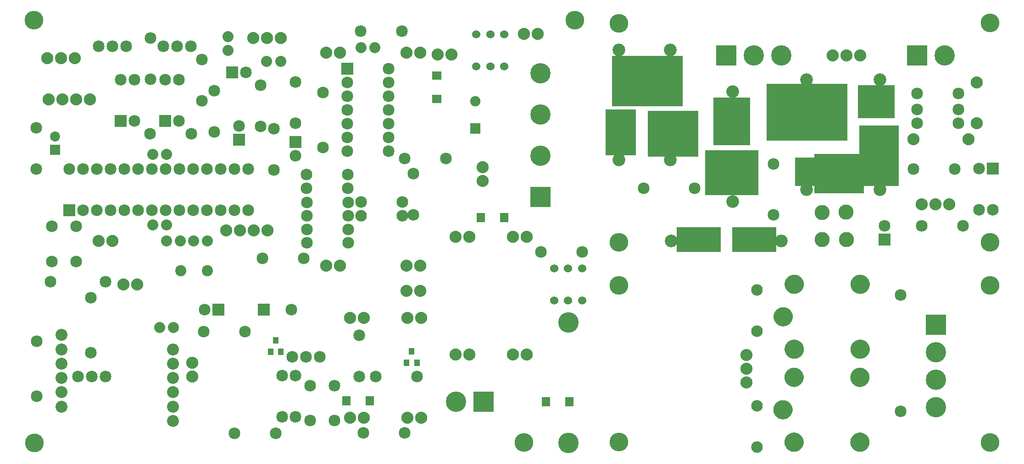
<source format=gbs>
G04 MADE WITH FRITZING*
G04 WWW.FRITZING.ORG*
G04 DOUBLE SIDED*
G04 HOLES PLATED*
G04 CONTOUR ON CENTER OF CONTOUR VECTOR*
%ASAXBY*%
%FSLAX23Y23*%
%MOIN*%
%OFA0B0*%
%SFA1.0B1.0*%
%ADD10C,0.088000*%
%ADD11C,0.148890*%
%ADD12C,0.110236*%
%ADD13C,0.085000*%
%ADD14C,0.060000*%
%ADD15C,0.072992*%
%ADD16C,0.084000*%
%ADD17C,0.147795*%
%ADD18C,0.087119*%
%ADD19C,0.135984*%
%ADD20C,0.092000*%
%ADD21C,0.075000*%
%ADD22C,0.080925*%
%ADD23C,0.080866*%
%ADD24C,0.080000*%
%ADD25C,0.087992*%
%ADD26R,0.517303X0.365262*%
%ADD27R,0.386000X0.331422*%
%ADD28R,0.365283X0.337647*%
%ADD29R,0.287308X0.443071*%
%ADD30R,0.164482X0.206850*%
%ADD31R,0.060000X0.067874*%
%ADD32R,0.067874X0.060000*%
%ADD33R,0.085000X0.085000*%
%ADD34R,0.072992X0.072992*%
%ADD35R,0.147795X0.147795*%
%ADD36R,0.010276X0.010276*%
%ADD37R,0.041496X0.045433*%
%ADD38R,0.590076X0.413592*%
%ADD39R,0.364331X0.285590*%
%ADD40R,0.324961X0.182834*%
%ADD41R,0.219056X0.335833*%
%ADD42R,0.270928X0.346956*%
%ADD43R,0.268970X0.239744*%
%ADD44R,0.001000X0.001000*%
%LNMASK0*%
G90*
G70*
G54D10*
X3721Y798D03*
X3621Y798D03*
X3305Y798D03*
X3205Y798D03*
X3721Y1656D03*
X3205Y1656D03*
X3305Y1656D03*
X3621Y1656D03*
G54D11*
X4025Y157D03*
X4025Y1033D03*
G54D10*
X2947Y1445D03*
X2263Y1445D03*
X2947Y2995D03*
X2263Y2995D03*
X2847Y2995D03*
X2363Y2995D03*
X2363Y1445D03*
X2847Y1445D03*
G54D12*
X5868Y1831D03*
X5867Y1636D03*
X6043Y1635D03*
X6041Y1834D03*
G54D13*
X6438Y1232D03*
X6438Y385D03*
X2416Y2880D03*
X2716Y2880D03*
X2416Y2780D03*
X2716Y2780D03*
X2416Y2680D03*
X2716Y2680D03*
X2416Y2580D03*
X2716Y2580D03*
X2416Y2480D03*
X2716Y2480D03*
X2416Y2380D03*
X2716Y2380D03*
X2416Y2280D03*
X2716Y2280D03*
G54D10*
X2954Y338D03*
X2854Y338D03*
X2537Y338D03*
X2437Y338D03*
X2954Y1066D03*
X2854Y1066D03*
X2537Y1066D03*
X2437Y1066D03*
G54D14*
X4022Y1192D03*
X4022Y1427D03*
X3921Y1427D03*
X4124Y1427D03*
X4124Y1192D03*
X3921Y1192D03*
X3456Y2895D03*
X3456Y3130D03*
X3355Y3130D03*
X3557Y3130D03*
X3557Y2895D03*
X3355Y2895D03*
G54D10*
X6143Y2975D03*
X6043Y2975D03*
X5943Y2975D03*
X5316Y597D03*
X5316Y697D03*
X5316Y797D03*
X6792Y1892D03*
X6692Y1892D03*
X6592Y1892D03*
X1934Y3101D03*
X1834Y3101D03*
X1734Y3101D03*
X437Y2955D03*
X337Y2955D03*
X237Y2955D03*
X546Y2656D03*
X446Y2656D03*
X346Y2656D03*
X246Y2656D03*
G54D15*
X295Y2288D03*
X295Y2387D03*
G54D16*
X5395Y427D03*
X5395Y127D03*
X2816Y1809D03*
X2516Y1809D03*
X5395Y969D03*
X5395Y1269D03*
G54D13*
X4942Y2010D03*
X4572Y2010D03*
X5513Y1814D03*
X5513Y2184D03*
G54D10*
X3400Y2161D03*
X3400Y2061D03*
G54D17*
X3820Y1944D03*
X3820Y2244D03*
X3820Y2544D03*
X3820Y2844D03*
G54D18*
X1151Y315D03*
X1151Y420D03*
X1151Y524D03*
X1151Y628D03*
X1151Y732D03*
X1151Y836D03*
X341Y420D03*
X341Y524D03*
X341Y628D03*
X341Y732D03*
X341Y836D03*
X341Y941D03*
G54D13*
X2147Y318D03*
X2147Y573D03*
X2324Y318D03*
X2324Y573D03*
X269Y1475D03*
X269Y1731D03*
X446Y1475D03*
X446Y1731D03*
G54D19*
X7088Y160D03*
X7088Y3211D03*
X4391Y1617D03*
G54D13*
X6556Y2699D03*
X6856Y2699D03*
X6856Y2483D03*
X6556Y2483D03*
X6556Y2581D03*
X6856Y2581D03*
X6891Y1735D03*
X6591Y1735D03*
X6832Y2148D03*
X6532Y2148D03*
G54D10*
X6531Y2365D03*
X6931Y2365D03*
G54D13*
X1479Y1125D03*
X1379Y1125D03*
X1812Y1125D03*
X2012Y1125D03*
X2042Y2346D03*
X2042Y2246D03*
X6320Y1635D03*
X6320Y1735D03*
X1629Y2363D03*
X1629Y2463D03*
X1582Y2851D03*
X1682Y2851D03*
G54D19*
X4391Y3210D03*
X144Y157D03*
X139Y3231D03*
G54D13*
X397Y1849D03*
X397Y2149D03*
X497Y1849D03*
X497Y2149D03*
X597Y1849D03*
X597Y2149D03*
X697Y1849D03*
X697Y2149D03*
X797Y1849D03*
X797Y2149D03*
X897Y1849D03*
X897Y2149D03*
X997Y1849D03*
X997Y2149D03*
X1097Y1849D03*
X1097Y2149D03*
X1197Y1849D03*
X1197Y2149D03*
X1297Y1849D03*
X1297Y2149D03*
X1397Y1849D03*
X1397Y2149D03*
X1497Y1849D03*
X1497Y2149D03*
X1597Y1849D03*
X1597Y2149D03*
X1697Y1849D03*
X1697Y2149D03*
X7107Y2153D03*
X7107Y1853D03*
X7007Y2153D03*
X7007Y1853D03*
G54D10*
X1289Y738D03*
X1289Y638D03*
X789Y1310D03*
X889Y1310D03*
X611Y1625D03*
X711Y1625D03*
X1537Y1703D03*
X1637Y1703D03*
X1737Y1703D03*
X1837Y1703D03*
X2948Y1262D03*
X2848Y1262D03*
X3174Y2983D03*
X3074Y2983D03*
X3802Y3133D03*
X3702Y3133D03*
G54D20*
X4770Y1624D03*
X5570Y1624D03*
X5755Y2798D03*
X5755Y1998D03*
X5218Y1912D03*
X5218Y2712D03*
X4764Y3014D03*
X4764Y2214D03*
X4391Y3014D03*
X4391Y2214D03*
X6286Y2798D03*
X6286Y1998D03*
G54D13*
X659Y1329D03*
X259Y1329D03*
X1361Y2644D03*
X1361Y2944D03*
X2239Y2706D03*
X2239Y2306D03*
X2042Y2783D03*
X2042Y2483D03*
X1885Y2143D03*
X1885Y2443D03*
X1786Y2458D03*
X1786Y2758D03*
X1452Y2419D03*
X1452Y2719D03*
G54D21*
X3348Y2642D03*
X3348Y2442D03*
G54D17*
X3408Y454D03*
X3208Y454D03*
X6556Y2975D03*
X6756Y2975D03*
X5172Y2975D03*
X5372Y2975D03*
X5572Y2975D03*
G54D22*
X1400Y1408D03*
G54D23*
X1207Y1408D03*
G54D13*
X3135Y2227D03*
X2835Y2227D03*
X2421Y2109D03*
X2121Y2109D03*
X2503Y640D03*
X2503Y940D03*
X2923Y640D03*
X2623Y640D03*
X2835Y230D03*
X2535Y230D03*
X2815Y3152D03*
X2515Y3152D03*
X2897Y1817D03*
X2897Y2117D03*
X1801Y1498D03*
X2101Y1498D03*
X1374Y967D03*
X1674Y967D03*
X3824Y1545D03*
X4124Y1545D03*
X2123Y1612D03*
X2423Y1612D03*
X2816Y1908D03*
X2516Y1908D03*
X2423Y1907D03*
X2123Y1907D03*
X2423Y1708D03*
X2123Y1708D03*
X2423Y1809D03*
X2123Y1809D03*
X2421Y2010D03*
X2121Y2010D03*
X1943Y645D03*
X1943Y345D03*
X2041Y645D03*
X2041Y345D03*
X1596Y227D03*
X1896Y227D03*
X2018Y783D03*
X2118Y783D03*
X2218Y783D03*
X462Y640D03*
X562Y640D03*
X662Y640D03*
X160Y496D03*
X160Y896D03*
X554Y811D03*
X554Y1211D03*
G54D24*
X1400Y1625D03*
X1300Y1625D03*
X1153Y994D03*
X1053Y994D03*
X1933Y2932D03*
X1832Y2932D03*
X1550Y3012D03*
X1550Y3113D03*
X2618Y3033D03*
X2518Y3033D03*
X1005Y2255D03*
X1105Y2255D03*
X1105Y1743D03*
X1005Y1743D03*
X1204Y1625D03*
X1103Y1625D03*
G54D13*
X1094Y2499D03*
X1094Y2799D03*
X1194Y2499D03*
X1194Y2799D03*
X769Y2499D03*
X769Y2799D03*
X869Y2499D03*
X869Y2799D03*
X1081Y3042D03*
X1181Y3042D03*
X1281Y3042D03*
X609Y3042D03*
X709Y3042D03*
X809Y3042D03*
X157Y2150D03*
X157Y2450D03*
X984Y2404D03*
X1284Y2404D03*
X986Y3101D03*
X986Y2801D03*
G54D17*
X6694Y1016D03*
X6694Y816D03*
X6694Y616D03*
X6694Y416D03*
G54D25*
X6990Y2483D03*
X6990Y2778D03*
G54D19*
X7088Y1617D03*
X4070Y3231D03*
X3702Y160D03*
X4391Y161D03*
X4391Y1302D03*
X7088Y1302D03*
G54D26*
X4597Y2789D03*
G54D27*
X5212Y2121D03*
G54D28*
X4784Y2404D03*
G54D29*
X6281Y2247D03*
G54D30*
X5749Y2129D03*
G54D31*
X4029Y455D03*
X3859Y455D03*
G54D32*
X3066Y2829D03*
X3066Y2660D03*
G54D31*
X3387Y1794D03*
X3556Y1794D03*
X2582Y463D03*
X2412Y463D03*
G54D33*
X2416Y2880D03*
G54D34*
X295Y2288D03*
G54D35*
X3820Y1944D03*
G54D36*
X3820Y1875D03*
G54D37*
X2923Y738D03*
X2848Y738D03*
X2885Y821D03*
X1934Y820D03*
X1860Y820D03*
X1897Y903D03*
G54D33*
X1479Y1125D03*
X1812Y1125D03*
X2042Y2346D03*
X6320Y1635D03*
X1629Y2363D03*
X1582Y2851D03*
X397Y1849D03*
X7107Y2153D03*
G54D35*
X3408Y454D03*
X6556Y2975D03*
X5172Y2975D03*
G54D33*
X1094Y2499D03*
X769Y2499D03*
G54D35*
X6694Y1016D03*
G54D38*
X5756Y2562D03*
G54D39*
X5991Y2117D03*
G54D40*
X5375Y1636D03*
X4971Y1636D03*
G54D41*
X4404Y2417D03*
G54D42*
X5212Y2495D03*
G54D43*
X6261Y2640D03*
G54D44*
X3311Y2480D02*
X3384Y2480D01*
X3310Y2479D02*
X3384Y2479D01*
X3310Y2478D02*
X3384Y2478D01*
X3310Y2477D02*
X3384Y2477D01*
X3310Y2476D02*
X3384Y2476D01*
X3310Y2475D02*
X3384Y2475D01*
X3310Y2474D02*
X3384Y2474D01*
X3310Y2473D02*
X3384Y2473D01*
X3310Y2472D02*
X3384Y2472D01*
X3310Y2471D02*
X3384Y2471D01*
X3310Y2470D02*
X3384Y2470D01*
X3310Y2469D02*
X3384Y2469D01*
X3310Y2468D02*
X3384Y2468D01*
X3310Y2467D02*
X3384Y2467D01*
X3310Y2466D02*
X3384Y2466D01*
X3310Y2465D02*
X3384Y2465D01*
X3310Y2464D02*
X3384Y2464D01*
X3310Y2463D02*
X3384Y2463D01*
X3310Y2462D02*
X3384Y2462D01*
X3310Y2461D02*
X3384Y2461D01*
X3310Y2460D02*
X3384Y2460D01*
X3310Y2459D02*
X3384Y2459D01*
X3310Y2458D02*
X3384Y2458D01*
X3310Y2457D02*
X3384Y2457D01*
X3310Y2456D02*
X3384Y2456D01*
X3310Y2455D02*
X3384Y2455D01*
X3310Y2454D02*
X3384Y2454D01*
X3310Y2453D02*
X3384Y2453D01*
X3310Y2452D02*
X3384Y2452D01*
X3310Y2451D02*
X3344Y2451D01*
X3350Y2451D02*
X3384Y2451D01*
X3310Y2450D02*
X3342Y2450D01*
X3352Y2450D02*
X3384Y2450D01*
X3310Y2449D02*
X3341Y2449D01*
X3354Y2449D02*
X3384Y2449D01*
X3310Y2448D02*
X3340Y2448D01*
X3355Y2448D02*
X3384Y2448D01*
X3310Y2447D02*
X3339Y2447D01*
X3355Y2447D02*
X3384Y2447D01*
X3310Y2446D02*
X3339Y2446D01*
X3356Y2446D02*
X3384Y2446D01*
X3310Y2445D02*
X3338Y2445D01*
X3356Y2445D02*
X3384Y2445D01*
X3310Y2444D02*
X3338Y2444D01*
X3356Y2444D02*
X3384Y2444D01*
X3310Y2443D02*
X3338Y2443D01*
X3356Y2443D02*
X3384Y2443D01*
X3310Y2442D02*
X3338Y2442D01*
X3356Y2442D02*
X3384Y2442D01*
X3310Y2441D02*
X3338Y2441D01*
X3356Y2441D02*
X3384Y2441D01*
X3310Y2440D02*
X3338Y2440D01*
X3356Y2440D02*
X3384Y2440D01*
X3310Y2439D02*
X3339Y2439D01*
X3356Y2439D02*
X3384Y2439D01*
X3310Y2438D02*
X3339Y2438D01*
X3355Y2438D02*
X3384Y2438D01*
X3310Y2437D02*
X3340Y2437D01*
X3354Y2437D02*
X3384Y2437D01*
X3310Y2436D02*
X3341Y2436D01*
X3354Y2436D02*
X3384Y2436D01*
X3310Y2435D02*
X3342Y2435D01*
X3352Y2435D02*
X3384Y2435D01*
X3310Y2434D02*
X3344Y2434D01*
X3350Y2434D02*
X3384Y2434D01*
X3310Y2433D02*
X3384Y2433D01*
X3310Y2432D02*
X3384Y2432D01*
X3310Y2431D02*
X3384Y2431D01*
X3310Y2430D02*
X3384Y2430D01*
X3310Y2429D02*
X3384Y2429D01*
X3310Y2428D02*
X3384Y2428D01*
X3310Y2427D02*
X3384Y2427D01*
X3310Y2426D02*
X3384Y2426D01*
X3310Y2425D02*
X3384Y2425D01*
X3310Y2424D02*
X3384Y2424D01*
X3310Y2423D02*
X3384Y2423D01*
X3310Y2422D02*
X3384Y2422D01*
X3310Y2421D02*
X3384Y2421D01*
X3310Y2420D02*
X3384Y2420D01*
X3310Y2419D02*
X3384Y2419D01*
X3310Y2418D02*
X3384Y2418D01*
X3310Y2417D02*
X3384Y2417D01*
X3310Y2416D02*
X3384Y2416D01*
X3310Y2415D02*
X3384Y2415D01*
X3310Y2414D02*
X3384Y2414D01*
X3310Y2413D02*
X3384Y2413D01*
X3310Y2412D02*
X3384Y2412D01*
X3310Y2411D02*
X3384Y2411D01*
X3310Y2410D02*
X3384Y2410D01*
X3310Y2409D02*
X3384Y2409D01*
X3310Y2408D02*
X3384Y2408D01*
X3310Y2407D02*
X3384Y2407D01*
X3310Y2406D02*
X3384Y2406D01*
X5657Y1379D02*
X5673Y1379D01*
X6135Y1379D02*
X6151Y1379D01*
X5651Y1378D02*
X5679Y1378D01*
X6129Y1378D02*
X6157Y1378D01*
X5647Y1377D02*
X5683Y1377D01*
X6125Y1377D02*
X6161Y1377D01*
X5643Y1376D02*
X5686Y1376D01*
X6122Y1376D02*
X6165Y1376D01*
X5641Y1375D02*
X5689Y1375D01*
X6119Y1375D02*
X6168Y1375D01*
X5638Y1374D02*
X5692Y1374D01*
X6116Y1374D02*
X6170Y1374D01*
X5636Y1373D02*
X5694Y1373D01*
X6114Y1373D02*
X6172Y1373D01*
X5634Y1372D02*
X5696Y1372D01*
X6112Y1372D02*
X6174Y1372D01*
X5632Y1371D02*
X5698Y1371D01*
X6110Y1371D02*
X6176Y1371D01*
X5630Y1370D02*
X5700Y1370D01*
X6109Y1370D02*
X6178Y1370D01*
X5629Y1369D02*
X5701Y1369D01*
X6107Y1369D02*
X6180Y1369D01*
X5627Y1368D02*
X5703Y1368D01*
X6105Y1368D02*
X6181Y1368D01*
X5626Y1367D02*
X5704Y1367D01*
X6104Y1367D02*
X6183Y1367D01*
X5624Y1366D02*
X5706Y1366D01*
X6102Y1366D02*
X6184Y1366D01*
X5623Y1365D02*
X5707Y1365D01*
X6101Y1365D02*
X6185Y1365D01*
X5621Y1364D02*
X5708Y1364D01*
X6100Y1364D02*
X6187Y1364D01*
X5620Y1363D02*
X5710Y1363D01*
X6099Y1363D02*
X6188Y1363D01*
X5619Y1362D02*
X5711Y1362D01*
X6097Y1362D02*
X6189Y1362D01*
X5618Y1361D02*
X5712Y1361D01*
X6096Y1361D02*
X6190Y1361D01*
X5617Y1360D02*
X5713Y1360D01*
X6095Y1360D02*
X6191Y1360D01*
X5616Y1359D02*
X5714Y1359D01*
X6094Y1359D02*
X6192Y1359D01*
X5615Y1358D02*
X5715Y1358D01*
X6093Y1358D02*
X6193Y1358D01*
X5614Y1357D02*
X5716Y1357D01*
X6092Y1357D02*
X6194Y1357D01*
X5613Y1356D02*
X5717Y1356D01*
X6091Y1356D02*
X6195Y1356D01*
X5612Y1355D02*
X5718Y1355D01*
X6091Y1355D02*
X6196Y1355D01*
X5611Y1354D02*
X5718Y1354D01*
X6090Y1354D02*
X6197Y1354D01*
X5611Y1353D02*
X5719Y1353D01*
X6089Y1353D02*
X6197Y1353D01*
X5610Y1352D02*
X5720Y1352D01*
X6088Y1352D02*
X6198Y1352D01*
X5609Y1351D02*
X5721Y1351D01*
X6087Y1351D02*
X6199Y1351D01*
X5608Y1350D02*
X5721Y1350D01*
X6087Y1350D02*
X6200Y1350D01*
X5608Y1349D02*
X5722Y1349D01*
X6086Y1349D02*
X6200Y1349D01*
X5607Y1348D02*
X5723Y1348D01*
X6085Y1348D02*
X6201Y1348D01*
X5606Y1347D02*
X5723Y1347D01*
X6085Y1347D02*
X6202Y1347D01*
X5606Y1346D02*
X5724Y1346D01*
X6084Y1346D02*
X6202Y1346D01*
X5605Y1345D02*
X5725Y1345D01*
X6084Y1345D02*
X6203Y1345D01*
X5605Y1344D02*
X5725Y1344D01*
X6083Y1344D02*
X6204Y1344D01*
X5604Y1343D02*
X5726Y1343D01*
X6082Y1343D02*
X6204Y1343D01*
X5603Y1342D02*
X5726Y1342D01*
X6082Y1342D02*
X6205Y1342D01*
X5603Y1341D02*
X5727Y1341D01*
X6081Y1341D02*
X6205Y1341D01*
X5602Y1340D02*
X5727Y1340D01*
X6081Y1340D02*
X6206Y1340D01*
X5602Y1339D02*
X5728Y1339D01*
X6080Y1339D02*
X6206Y1339D01*
X5601Y1338D02*
X5728Y1338D01*
X6080Y1338D02*
X6207Y1338D01*
X5601Y1337D02*
X5729Y1337D01*
X6079Y1337D02*
X6207Y1337D01*
X5601Y1336D02*
X5729Y1336D01*
X6079Y1336D02*
X6207Y1336D01*
X5600Y1335D02*
X5730Y1335D01*
X6079Y1335D02*
X6208Y1335D01*
X5600Y1334D02*
X5730Y1334D01*
X6078Y1334D02*
X6208Y1334D01*
X5600Y1333D02*
X5730Y1333D01*
X6078Y1333D02*
X6209Y1333D01*
X5599Y1332D02*
X5731Y1332D01*
X6078Y1332D02*
X6209Y1332D01*
X5599Y1331D02*
X5731Y1331D01*
X6077Y1331D02*
X6209Y1331D01*
X5599Y1330D02*
X5731Y1330D01*
X6077Y1330D02*
X6210Y1330D01*
X5598Y1329D02*
X5732Y1329D01*
X6077Y1329D02*
X6210Y1329D01*
X5598Y1328D02*
X5732Y1328D01*
X6076Y1328D02*
X6210Y1328D01*
X5598Y1327D02*
X5732Y1327D01*
X6076Y1327D02*
X6210Y1327D01*
X5598Y1326D02*
X5732Y1326D01*
X6076Y1326D02*
X6211Y1326D01*
X5597Y1325D02*
X5733Y1325D01*
X6076Y1325D02*
X6211Y1325D01*
X5597Y1324D02*
X5733Y1324D01*
X6075Y1324D02*
X6211Y1324D01*
X5597Y1323D02*
X5733Y1323D01*
X6075Y1323D02*
X6211Y1323D01*
X5597Y1322D02*
X5733Y1322D01*
X6075Y1322D02*
X6211Y1322D01*
X5597Y1321D02*
X5733Y1321D01*
X6075Y1321D02*
X6212Y1321D01*
X5596Y1320D02*
X5733Y1320D01*
X6075Y1320D02*
X6212Y1320D01*
X5596Y1319D02*
X5734Y1319D01*
X6075Y1319D02*
X6212Y1319D01*
X5596Y1318D02*
X5734Y1318D01*
X6074Y1318D02*
X6212Y1318D01*
X5596Y1317D02*
X5734Y1317D01*
X6074Y1317D02*
X6212Y1317D01*
X5596Y1316D02*
X5734Y1316D01*
X6074Y1316D02*
X6212Y1316D01*
X5596Y1315D02*
X5734Y1315D01*
X6074Y1315D02*
X6212Y1315D01*
X5596Y1314D02*
X5734Y1314D01*
X6074Y1314D02*
X6212Y1314D01*
X5596Y1313D02*
X5734Y1313D01*
X6074Y1313D02*
X6212Y1313D01*
X5596Y1312D02*
X5734Y1312D01*
X6074Y1312D02*
X6213Y1312D01*
X5596Y1311D02*
X5734Y1311D01*
X6074Y1311D02*
X6213Y1311D01*
X5595Y1310D02*
X5734Y1310D01*
X6074Y1310D02*
X6213Y1310D01*
X5596Y1309D02*
X5734Y1309D01*
X6074Y1309D02*
X6213Y1309D01*
X5596Y1308D02*
X5734Y1308D01*
X6074Y1308D02*
X6213Y1308D01*
X5596Y1307D02*
X5734Y1307D01*
X6074Y1307D02*
X6213Y1307D01*
X5596Y1306D02*
X5734Y1306D01*
X6074Y1306D02*
X6212Y1306D01*
X5596Y1305D02*
X5734Y1305D01*
X6074Y1305D02*
X6212Y1305D01*
X5596Y1304D02*
X5734Y1304D01*
X6074Y1304D02*
X6212Y1304D01*
X5596Y1303D02*
X5734Y1303D01*
X6074Y1303D02*
X6212Y1303D01*
X5596Y1302D02*
X5734Y1302D01*
X6074Y1302D02*
X6212Y1302D01*
X5596Y1301D02*
X5734Y1301D01*
X6074Y1301D02*
X6212Y1301D01*
X5596Y1300D02*
X5734Y1300D01*
X6075Y1300D02*
X6212Y1300D01*
X5596Y1299D02*
X5733Y1299D01*
X6075Y1299D02*
X6212Y1299D01*
X5597Y1298D02*
X5733Y1298D01*
X6075Y1298D02*
X6212Y1298D01*
X5597Y1297D02*
X5733Y1297D01*
X6075Y1297D02*
X6211Y1297D01*
X5597Y1296D02*
X5733Y1296D01*
X6075Y1296D02*
X6211Y1296D01*
X5597Y1295D02*
X5733Y1295D01*
X6075Y1295D02*
X6211Y1295D01*
X5597Y1294D02*
X5732Y1294D01*
X6076Y1294D02*
X6211Y1294D01*
X5598Y1293D02*
X5732Y1293D01*
X6076Y1293D02*
X6210Y1293D01*
X5598Y1292D02*
X5732Y1292D01*
X6076Y1292D02*
X6210Y1292D01*
X5598Y1291D02*
X5732Y1291D01*
X6076Y1291D02*
X6210Y1291D01*
X5598Y1290D02*
X5731Y1290D01*
X6077Y1290D02*
X6210Y1290D01*
X5599Y1289D02*
X5731Y1289D01*
X6077Y1289D02*
X6209Y1289D01*
X5599Y1288D02*
X5731Y1288D01*
X6077Y1288D02*
X6209Y1288D01*
X5599Y1287D02*
X5730Y1287D01*
X6078Y1287D02*
X6209Y1287D01*
X5600Y1286D02*
X5730Y1286D01*
X6078Y1286D02*
X6208Y1286D01*
X5600Y1285D02*
X5730Y1285D01*
X6078Y1285D02*
X6208Y1285D01*
X5600Y1284D02*
X5729Y1284D01*
X6079Y1284D02*
X6208Y1284D01*
X5601Y1283D02*
X5729Y1283D01*
X6079Y1283D02*
X6207Y1283D01*
X5601Y1282D02*
X5729Y1282D01*
X6080Y1282D02*
X6207Y1282D01*
X5602Y1281D02*
X5728Y1281D01*
X6080Y1281D02*
X6206Y1281D01*
X5602Y1280D02*
X5728Y1280D01*
X6081Y1280D02*
X6206Y1280D01*
X5603Y1279D02*
X5727Y1279D01*
X6081Y1279D02*
X6205Y1279D01*
X5603Y1278D02*
X5727Y1278D01*
X6081Y1278D02*
X6205Y1278D01*
X5604Y1277D02*
X5726Y1277D01*
X6082Y1277D02*
X6204Y1277D01*
X5604Y1276D02*
X5726Y1276D01*
X6083Y1276D02*
X6204Y1276D01*
X5605Y1275D02*
X5725Y1275D01*
X6083Y1275D02*
X6203Y1275D01*
X5605Y1274D02*
X5724Y1274D01*
X6084Y1274D02*
X6203Y1274D01*
X5606Y1273D02*
X5724Y1273D01*
X6084Y1273D02*
X6202Y1273D01*
X5607Y1272D02*
X5723Y1272D01*
X6085Y1272D02*
X6201Y1272D01*
X5607Y1271D02*
X5723Y1271D01*
X6086Y1271D02*
X6201Y1271D01*
X5608Y1270D02*
X5722Y1270D01*
X6086Y1270D02*
X6200Y1270D01*
X5609Y1269D02*
X5721Y1269D01*
X6087Y1269D02*
X6199Y1269D01*
X5609Y1268D02*
X5720Y1268D01*
X6088Y1268D02*
X6199Y1268D01*
X5610Y1267D02*
X5720Y1267D01*
X6089Y1267D02*
X6198Y1267D01*
X5611Y1266D02*
X5719Y1266D01*
X6089Y1266D02*
X6197Y1266D01*
X5612Y1265D02*
X5718Y1265D01*
X6090Y1265D02*
X6196Y1265D01*
X5613Y1264D02*
X5717Y1264D01*
X6091Y1264D02*
X6196Y1264D01*
X5613Y1263D02*
X5716Y1263D01*
X6092Y1263D02*
X6195Y1263D01*
X5614Y1262D02*
X5715Y1262D01*
X6093Y1262D02*
X6194Y1262D01*
X5615Y1261D02*
X5715Y1261D01*
X6094Y1261D02*
X6193Y1261D01*
X5616Y1260D02*
X5714Y1260D01*
X6095Y1260D02*
X6192Y1260D01*
X5617Y1259D02*
X5712Y1259D01*
X6096Y1259D02*
X6191Y1259D01*
X5618Y1258D02*
X5711Y1258D01*
X6097Y1258D02*
X6190Y1258D01*
X5620Y1257D02*
X5710Y1257D01*
X6098Y1257D02*
X6189Y1257D01*
X5621Y1256D02*
X5709Y1256D01*
X6099Y1256D02*
X6187Y1256D01*
X5622Y1255D02*
X5708Y1255D01*
X6100Y1255D02*
X6186Y1255D01*
X5623Y1254D02*
X5706Y1254D01*
X6102Y1254D02*
X6185Y1254D01*
X5625Y1253D02*
X5705Y1253D01*
X6103Y1253D02*
X6183Y1253D01*
X5626Y1252D02*
X5704Y1252D01*
X6104Y1252D02*
X6182Y1252D01*
X5628Y1251D02*
X5702Y1251D01*
X6106Y1251D02*
X6180Y1251D01*
X5629Y1250D02*
X5701Y1250D01*
X6108Y1250D02*
X6179Y1250D01*
X5631Y1249D02*
X5699Y1249D01*
X6109Y1249D02*
X6177Y1249D01*
X5633Y1248D02*
X5697Y1248D01*
X6111Y1248D02*
X6175Y1248D01*
X5635Y1247D02*
X5695Y1247D01*
X6113Y1247D02*
X6173Y1247D01*
X5637Y1246D02*
X5693Y1246D01*
X6115Y1246D02*
X6171Y1246D01*
X5639Y1245D02*
X5691Y1245D01*
X6117Y1245D02*
X6169Y1245D01*
X5642Y1244D02*
X5688Y1244D01*
X6120Y1244D02*
X6166Y1244D01*
X5645Y1243D02*
X5685Y1243D01*
X6123Y1243D02*
X6163Y1243D01*
X5649Y1242D02*
X5681Y1242D01*
X6127Y1242D02*
X6159Y1242D01*
X5653Y1241D02*
X5676Y1241D01*
X6132Y1241D02*
X6155Y1241D01*
X5662Y1240D02*
X5668Y1240D01*
X6140Y1240D02*
X6146Y1240D01*
X5577Y1143D02*
X5591Y1143D01*
X5571Y1142D02*
X5597Y1142D01*
X5567Y1141D02*
X5602Y1141D01*
X5563Y1140D02*
X5605Y1140D01*
X5560Y1139D02*
X5608Y1139D01*
X5558Y1138D02*
X5611Y1138D01*
X5555Y1137D02*
X5613Y1137D01*
X5553Y1136D02*
X5615Y1136D01*
X5551Y1135D02*
X5617Y1135D01*
X5550Y1134D02*
X5619Y1134D01*
X5548Y1133D02*
X5620Y1133D01*
X5547Y1132D02*
X5622Y1132D01*
X5545Y1131D02*
X5623Y1131D01*
X5544Y1130D02*
X5625Y1130D01*
X5542Y1129D02*
X5626Y1129D01*
X5541Y1128D02*
X5627Y1128D01*
X5540Y1127D02*
X5629Y1127D01*
X5539Y1126D02*
X5630Y1126D01*
X5537Y1125D02*
X5631Y1125D01*
X5536Y1124D02*
X5632Y1124D01*
X5535Y1123D02*
X5633Y1123D01*
X5534Y1122D02*
X5634Y1122D01*
X5533Y1121D02*
X5635Y1121D01*
X5533Y1120D02*
X5636Y1120D01*
X5532Y1119D02*
X5637Y1119D01*
X5531Y1118D02*
X5638Y1118D01*
X5530Y1117D02*
X5638Y1117D01*
X5529Y1116D02*
X5639Y1116D01*
X5529Y1115D02*
X5640Y1115D01*
X5528Y1114D02*
X5641Y1114D01*
X5527Y1113D02*
X5641Y1113D01*
X5526Y1112D02*
X5642Y1112D01*
X5526Y1111D02*
X5643Y1111D01*
X5525Y1110D02*
X5643Y1110D01*
X5525Y1109D02*
X5644Y1109D01*
X5524Y1108D02*
X5644Y1108D01*
X5523Y1107D02*
X5645Y1107D01*
X5523Y1106D02*
X5646Y1106D01*
X5522Y1105D02*
X5646Y1105D01*
X5522Y1104D02*
X5647Y1104D01*
X5521Y1103D02*
X5647Y1103D01*
X5521Y1102D02*
X5648Y1102D01*
X5520Y1101D02*
X5648Y1101D01*
X5520Y1100D02*
X5648Y1100D01*
X5520Y1099D02*
X5649Y1099D01*
X5519Y1098D02*
X5649Y1098D01*
X5519Y1097D02*
X5649Y1097D01*
X5519Y1096D02*
X5650Y1096D01*
X5518Y1095D02*
X5650Y1095D01*
X5518Y1094D02*
X5651Y1094D01*
X5518Y1093D02*
X5651Y1093D01*
X5517Y1092D02*
X5651Y1092D01*
X5517Y1091D02*
X5651Y1091D01*
X5517Y1090D02*
X5652Y1090D01*
X5517Y1089D02*
X5652Y1089D01*
X5516Y1088D02*
X5652Y1088D01*
X5516Y1087D02*
X5652Y1087D01*
X5516Y1086D02*
X5652Y1086D01*
X5516Y1085D02*
X5653Y1085D01*
X5516Y1084D02*
X5653Y1084D01*
X5516Y1083D02*
X5653Y1083D01*
X5515Y1082D02*
X5653Y1082D01*
X5515Y1081D02*
X5653Y1081D01*
X5515Y1080D02*
X5653Y1080D01*
X5515Y1079D02*
X5653Y1079D01*
X5515Y1078D02*
X5653Y1078D01*
X5515Y1077D02*
X5653Y1077D01*
X5515Y1076D02*
X5654Y1076D01*
X5515Y1075D02*
X5654Y1075D01*
X5515Y1074D02*
X5654Y1074D01*
X5515Y1073D02*
X5654Y1073D01*
X5515Y1072D02*
X5654Y1072D01*
X5515Y1071D02*
X5654Y1071D01*
X5515Y1070D02*
X5653Y1070D01*
X5515Y1069D02*
X5653Y1069D01*
X5515Y1068D02*
X5653Y1068D01*
X5515Y1067D02*
X5653Y1067D01*
X5515Y1066D02*
X5653Y1066D01*
X5515Y1065D02*
X5653Y1065D01*
X5516Y1064D02*
X5653Y1064D01*
X5516Y1063D02*
X5653Y1063D01*
X5516Y1062D02*
X5653Y1062D01*
X5516Y1061D02*
X5652Y1061D01*
X5516Y1060D02*
X5652Y1060D01*
X5516Y1059D02*
X5652Y1059D01*
X5517Y1058D02*
X5652Y1058D01*
X5517Y1057D02*
X5651Y1057D01*
X5517Y1056D02*
X5651Y1056D01*
X5517Y1055D02*
X5651Y1055D01*
X5518Y1054D02*
X5651Y1054D01*
X5518Y1053D02*
X5650Y1053D01*
X5518Y1052D02*
X5650Y1052D01*
X5519Y1051D02*
X5650Y1051D01*
X5519Y1050D02*
X5649Y1050D01*
X5519Y1049D02*
X5649Y1049D01*
X5520Y1048D02*
X5649Y1048D01*
X5520Y1047D02*
X5648Y1047D01*
X5520Y1046D02*
X5648Y1046D01*
X5521Y1045D02*
X5648Y1045D01*
X5521Y1044D02*
X5647Y1044D01*
X5522Y1043D02*
X5647Y1043D01*
X5522Y1042D02*
X5646Y1042D01*
X5523Y1041D02*
X5646Y1041D01*
X5523Y1040D02*
X5645Y1040D01*
X5524Y1039D02*
X5644Y1039D01*
X5525Y1038D02*
X5644Y1038D01*
X5525Y1037D02*
X5643Y1037D01*
X5526Y1036D02*
X5643Y1036D01*
X5526Y1035D02*
X5642Y1035D01*
X5527Y1034D02*
X5641Y1034D01*
X5528Y1033D02*
X5641Y1033D01*
X5529Y1032D02*
X5640Y1032D01*
X5529Y1031D02*
X5639Y1031D01*
X5530Y1030D02*
X5638Y1030D01*
X5531Y1029D02*
X5638Y1029D01*
X5532Y1028D02*
X5637Y1028D01*
X5533Y1027D02*
X5636Y1027D01*
X5534Y1026D02*
X5635Y1026D01*
X5534Y1025D02*
X5634Y1025D01*
X5535Y1024D02*
X5633Y1024D01*
X5536Y1023D02*
X5632Y1023D01*
X5538Y1022D02*
X5631Y1022D01*
X5539Y1021D02*
X5630Y1021D01*
X5540Y1020D02*
X5629Y1020D01*
X5541Y1019D02*
X5627Y1019D01*
X5542Y1018D02*
X5626Y1018D01*
X5544Y1017D02*
X5625Y1017D01*
X5545Y1016D02*
X5623Y1016D01*
X5547Y1015D02*
X5622Y1015D01*
X5548Y1014D02*
X5620Y1014D01*
X5550Y1013D02*
X5618Y1013D01*
X5552Y1012D02*
X5617Y1012D01*
X5554Y1011D02*
X5615Y1011D01*
X5556Y1010D02*
X5613Y1010D01*
X5558Y1009D02*
X5611Y1009D01*
X5561Y1008D02*
X5608Y1008D01*
X5563Y1007D02*
X5605Y1007D01*
X5567Y1006D02*
X5601Y1006D01*
X5572Y1005D02*
X5597Y1005D01*
X5578Y1004D02*
X5590Y1004D01*
X5660Y907D02*
X5670Y907D01*
X6138Y907D02*
X6148Y907D01*
X5653Y906D02*
X5677Y906D01*
X6131Y906D02*
X6155Y906D01*
X5648Y905D02*
X5682Y905D01*
X6127Y905D02*
X6160Y905D01*
X5644Y904D02*
X5685Y904D01*
X6123Y904D02*
X6164Y904D01*
X5642Y903D02*
X5688Y903D01*
X6120Y903D02*
X6167Y903D01*
X5639Y902D02*
X5691Y902D01*
X6117Y902D02*
X6169Y902D01*
X5637Y901D02*
X5693Y901D01*
X6115Y901D02*
X6172Y901D01*
X5634Y900D02*
X5695Y900D01*
X6113Y900D02*
X6174Y900D01*
X5632Y899D02*
X5697Y899D01*
X6111Y899D02*
X6176Y899D01*
X5631Y898D02*
X5699Y898D01*
X6109Y898D02*
X6177Y898D01*
X5629Y897D02*
X5701Y897D01*
X6107Y897D02*
X6179Y897D01*
X5628Y896D02*
X5702Y896D01*
X6106Y896D02*
X6181Y896D01*
X5626Y895D02*
X5704Y895D01*
X6104Y895D02*
X6182Y895D01*
X5625Y894D02*
X5705Y894D01*
X6103Y894D02*
X6183Y894D01*
X5623Y893D02*
X5707Y893D01*
X6102Y893D02*
X6185Y893D01*
X5622Y892D02*
X5708Y892D01*
X6100Y892D02*
X6186Y892D01*
X5621Y891D02*
X5709Y891D01*
X6099Y891D02*
X6188Y891D01*
X5619Y890D02*
X5710Y890D01*
X6098Y890D02*
X6189Y890D01*
X5618Y889D02*
X5711Y889D01*
X6097Y889D02*
X6190Y889D01*
X5617Y888D02*
X5713Y888D01*
X6096Y888D02*
X6191Y888D01*
X5616Y887D02*
X5714Y887D01*
X6094Y887D02*
X6192Y887D01*
X5615Y886D02*
X5715Y886D01*
X6094Y886D02*
X6193Y886D01*
X5614Y885D02*
X5716Y885D01*
X6093Y885D02*
X6194Y885D01*
X5613Y884D02*
X5716Y884D01*
X6092Y884D02*
X6195Y884D01*
X5613Y883D02*
X5717Y883D01*
X6091Y883D02*
X6196Y883D01*
X5612Y882D02*
X5718Y882D01*
X6090Y882D02*
X6196Y882D01*
X5611Y881D02*
X5719Y881D01*
X6089Y881D02*
X6197Y881D01*
X5610Y880D02*
X5720Y880D01*
X6088Y880D02*
X6198Y880D01*
X5609Y879D02*
X5720Y879D01*
X6088Y879D02*
X6199Y879D01*
X5609Y878D02*
X5721Y878D01*
X6087Y878D02*
X6199Y878D01*
X5608Y877D02*
X5722Y877D01*
X6086Y877D02*
X6200Y877D01*
X5607Y876D02*
X5723Y876D01*
X6086Y876D02*
X6201Y876D01*
X5607Y875D02*
X5723Y875D01*
X6085Y875D02*
X6201Y875D01*
X5606Y874D02*
X5724Y874D01*
X6084Y874D02*
X6202Y874D01*
X5605Y873D02*
X5724Y873D01*
X6084Y873D02*
X6203Y873D01*
X5605Y872D02*
X5725Y872D01*
X6083Y872D02*
X6203Y872D01*
X5604Y871D02*
X5726Y871D01*
X6083Y871D02*
X6204Y871D01*
X5604Y870D02*
X5726Y870D01*
X6082Y870D02*
X6205Y870D01*
X5603Y869D02*
X5727Y869D01*
X6081Y869D02*
X6205Y869D01*
X5603Y868D02*
X5727Y868D01*
X6081Y868D02*
X6205Y868D01*
X5602Y867D02*
X5728Y867D01*
X6080Y867D02*
X6206Y867D01*
X5602Y866D02*
X5728Y866D01*
X6080Y866D02*
X6206Y866D01*
X5601Y865D02*
X5729Y865D01*
X6079Y865D02*
X6207Y865D01*
X5601Y864D02*
X5729Y864D01*
X6079Y864D02*
X6207Y864D01*
X5600Y863D02*
X5729Y863D01*
X6079Y863D02*
X6208Y863D01*
X5600Y862D02*
X5730Y862D01*
X6078Y862D02*
X6208Y862D01*
X5600Y861D02*
X5730Y861D01*
X6078Y861D02*
X6208Y861D01*
X5599Y860D02*
X5730Y860D01*
X6078Y860D02*
X6209Y860D01*
X5599Y859D02*
X5731Y859D01*
X6077Y859D02*
X6209Y859D01*
X5599Y858D02*
X5731Y858D01*
X6077Y858D02*
X6209Y858D01*
X5598Y857D02*
X5731Y857D01*
X6077Y857D02*
X6210Y857D01*
X5598Y856D02*
X5732Y856D01*
X6076Y856D02*
X6210Y856D01*
X5598Y855D02*
X5732Y855D01*
X6076Y855D02*
X6210Y855D01*
X5598Y854D02*
X5732Y854D01*
X6076Y854D02*
X6210Y854D01*
X5597Y853D02*
X5732Y853D01*
X6076Y853D02*
X6211Y853D01*
X5597Y852D02*
X5733Y852D01*
X6075Y852D02*
X6211Y852D01*
X5597Y851D02*
X5733Y851D01*
X6075Y851D02*
X6211Y851D01*
X5597Y850D02*
X5733Y850D01*
X6075Y850D02*
X6211Y850D01*
X5597Y849D02*
X5733Y849D01*
X6075Y849D02*
X6212Y849D01*
X5596Y848D02*
X5733Y848D01*
X6075Y848D02*
X6212Y848D01*
X5596Y847D02*
X5734Y847D01*
X6075Y847D02*
X6212Y847D01*
X5596Y846D02*
X5734Y846D01*
X6074Y846D02*
X6212Y846D01*
X5596Y845D02*
X5734Y845D01*
X6074Y845D02*
X6212Y845D01*
X5596Y844D02*
X5734Y844D01*
X6074Y844D02*
X6212Y844D01*
X5596Y843D02*
X5734Y843D01*
X6074Y843D02*
X6212Y843D01*
X5596Y842D02*
X5734Y842D01*
X6074Y842D02*
X6212Y842D01*
X5596Y841D02*
X5734Y841D01*
X6074Y841D02*
X6212Y841D01*
X5596Y840D02*
X5734Y840D01*
X6074Y840D02*
X6213Y840D01*
X5596Y839D02*
X5734Y839D01*
X6074Y839D02*
X6213Y839D01*
X5595Y838D02*
X5734Y838D01*
X6074Y838D02*
X6213Y838D01*
X5595Y837D02*
X5734Y837D01*
X6074Y837D02*
X6213Y837D01*
X5596Y836D02*
X5734Y836D01*
X6074Y836D02*
X6213Y836D01*
X5596Y835D02*
X5734Y835D01*
X6074Y835D02*
X6213Y835D01*
X5596Y834D02*
X5734Y834D01*
X6074Y834D02*
X6212Y834D01*
X5596Y833D02*
X5734Y833D01*
X6074Y833D02*
X6212Y833D01*
X5596Y832D02*
X5734Y832D01*
X6074Y832D02*
X6212Y832D01*
X5596Y831D02*
X5734Y831D01*
X6074Y831D02*
X6212Y831D01*
X5596Y830D02*
X5734Y830D01*
X6074Y830D02*
X6212Y830D01*
X5596Y829D02*
X5734Y829D01*
X6074Y829D02*
X6212Y829D01*
X5596Y828D02*
X5734Y828D01*
X6075Y828D02*
X6212Y828D01*
X5596Y827D02*
X5733Y827D01*
X6075Y827D02*
X6212Y827D01*
X5597Y826D02*
X5733Y826D01*
X6075Y826D02*
X6212Y826D01*
X5597Y825D02*
X5733Y825D01*
X6075Y825D02*
X6211Y825D01*
X5597Y824D02*
X5733Y824D01*
X6075Y824D02*
X6211Y824D01*
X5597Y823D02*
X5733Y823D01*
X6075Y823D02*
X6211Y823D01*
X5597Y822D02*
X5732Y822D01*
X6076Y822D02*
X6211Y822D01*
X5598Y821D02*
X5732Y821D01*
X6076Y821D02*
X6211Y821D01*
X5598Y820D02*
X5732Y820D01*
X6076Y820D02*
X6210Y820D01*
X5598Y819D02*
X5732Y819D01*
X6076Y819D02*
X6210Y819D01*
X5598Y818D02*
X5731Y818D01*
X6077Y818D02*
X6210Y818D01*
X5599Y817D02*
X5731Y817D01*
X6077Y817D02*
X6210Y817D01*
X5599Y816D02*
X5731Y816D01*
X6077Y816D02*
X6209Y816D01*
X5599Y815D02*
X5731Y815D01*
X6078Y815D02*
X6209Y815D01*
X5600Y814D02*
X5730Y814D01*
X6078Y814D02*
X6209Y814D01*
X5600Y813D02*
X5730Y813D01*
X6078Y813D02*
X6208Y813D01*
X5600Y812D02*
X5730Y812D01*
X6079Y812D02*
X6208Y812D01*
X5601Y811D02*
X5729Y811D01*
X6079Y811D02*
X6207Y811D01*
X5601Y810D02*
X5729Y810D01*
X6079Y810D02*
X6207Y810D01*
X5602Y809D02*
X5728Y809D01*
X6080Y809D02*
X6207Y809D01*
X5602Y808D02*
X5728Y808D01*
X6080Y808D02*
X6206Y808D01*
X5603Y807D02*
X5727Y807D01*
X6081Y807D02*
X6206Y807D01*
X5603Y806D02*
X5727Y806D01*
X6081Y806D02*
X6205Y806D01*
X5603Y805D02*
X5726Y805D01*
X6082Y805D02*
X6205Y805D01*
X5604Y804D02*
X5726Y804D01*
X6082Y804D02*
X6204Y804D01*
X5605Y803D02*
X5725Y803D01*
X6083Y803D02*
X6204Y803D01*
X5605Y802D02*
X5725Y802D01*
X6084Y802D02*
X6203Y802D01*
X5606Y801D02*
X5724Y801D01*
X6084Y801D02*
X6202Y801D01*
X5606Y800D02*
X5723Y800D01*
X6085Y800D02*
X6202Y800D01*
X5607Y799D02*
X5723Y799D01*
X6085Y799D02*
X6201Y799D01*
X5608Y798D02*
X5722Y798D01*
X6086Y798D02*
X6200Y798D01*
X5608Y797D02*
X5721Y797D01*
X6087Y797D02*
X6200Y797D01*
X5609Y796D02*
X5721Y796D01*
X6088Y796D02*
X6199Y796D01*
X5610Y795D02*
X5720Y795D01*
X6088Y795D02*
X6198Y795D01*
X5611Y794D02*
X5719Y794D01*
X6089Y794D02*
X6197Y794D01*
X5611Y793D02*
X5718Y793D01*
X6090Y793D02*
X6197Y793D01*
X5612Y792D02*
X5718Y792D01*
X6091Y792D02*
X6196Y792D01*
X5613Y791D02*
X5717Y791D01*
X6092Y791D02*
X6195Y791D01*
X5614Y790D02*
X5716Y790D01*
X6092Y790D02*
X6194Y790D01*
X5615Y789D02*
X5715Y789D01*
X6093Y789D02*
X6193Y789D01*
X5616Y788D02*
X5714Y788D01*
X6094Y788D02*
X6192Y788D01*
X5617Y787D02*
X5713Y787D01*
X6095Y787D02*
X6191Y787D01*
X5618Y786D02*
X5712Y786D01*
X6096Y786D02*
X6190Y786D01*
X5619Y785D02*
X5711Y785D01*
X6098Y785D02*
X6189Y785D01*
X5620Y784D02*
X5710Y784D01*
X6099Y784D02*
X6188Y784D01*
X5622Y783D02*
X5708Y783D01*
X6100Y783D02*
X6187Y783D01*
X5623Y782D02*
X5707Y782D01*
X6101Y782D02*
X6185Y782D01*
X5624Y781D02*
X5706Y781D01*
X6103Y781D02*
X6184Y781D01*
X5626Y780D02*
X5704Y780D01*
X6104Y780D02*
X6182Y780D01*
X5627Y779D02*
X5703Y779D01*
X6105Y779D02*
X6181Y779D01*
X5629Y778D02*
X5701Y778D01*
X6107Y778D02*
X6179Y778D01*
X5630Y777D02*
X5699Y777D01*
X6109Y777D02*
X6178Y777D01*
X5632Y776D02*
X5698Y776D01*
X6110Y776D02*
X6176Y776D01*
X5634Y775D02*
X5696Y775D01*
X6112Y775D02*
X6174Y775D01*
X5636Y774D02*
X5694Y774D01*
X6114Y774D02*
X6172Y774D01*
X5638Y773D02*
X5692Y773D01*
X6116Y773D02*
X6170Y773D01*
X5641Y772D02*
X5689Y772D01*
X6119Y772D02*
X6167Y772D01*
X5644Y771D02*
X5686Y771D01*
X6122Y771D02*
X6165Y771D01*
X5647Y770D02*
X5683Y770D01*
X6126Y770D02*
X6161Y770D01*
X5651Y769D02*
X5679Y769D01*
X6130Y769D02*
X6157Y769D01*
X5657Y768D02*
X5672Y768D01*
X6136Y768D02*
X6151Y768D01*
X5654Y702D02*
X5672Y702D01*
X6132Y702D02*
X6151Y702D01*
X5649Y701D02*
X5678Y701D01*
X6127Y701D02*
X6156Y701D01*
X5645Y700D02*
X5682Y700D01*
X6123Y700D02*
X6160Y700D01*
X5641Y699D02*
X5685Y699D01*
X6120Y699D02*
X6164Y699D01*
X5638Y698D02*
X5688Y698D01*
X6117Y698D02*
X6166Y698D01*
X5636Y697D02*
X5691Y697D01*
X6114Y697D02*
X6169Y697D01*
X5634Y696D02*
X5693Y696D01*
X6112Y696D02*
X6171Y696D01*
X5632Y695D02*
X5695Y695D01*
X6110Y695D02*
X6173Y695D01*
X5630Y694D02*
X5697Y694D01*
X6108Y694D02*
X6175Y694D01*
X5628Y693D02*
X5698Y693D01*
X6107Y693D02*
X6177Y693D01*
X5627Y692D02*
X5700Y692D01*
X6105Y692D02*
X6178Y692D01*
X5625Y691D02*
X5702Y691D01*
X6103Y691D02*
X6180Y691D01*
X5624Y690D02*
X5703Y690D01*
X6102Y690D02*
X6181Y690D01*
X5622Y689D02*
X5704Y689D01*
X6101Y689D02*
X6183Y689D01*
X5621Y688D02*
X5706Y688D01*
X6099Y688D02*
X6184Y688D01*
X5620Y687D02*
X5707Y687D01*
X6098Y687D02*
X6185Y687D01*
X5618Y686D02*
X5708Y686D01*
X6097Y686D02*
X6186Y686D01*
X5617Y685D02*
X5709Y685D01*
X6096Y685D02*
X6188Y685D01*
X5616Y684D02*
X5710Y684D01*
X6094Y684D02*
X6189Y684D01*
X5615Y683D02*
X5712Y683D01*
X6093Y683D02*
X6190Y683D01*
X5614Y682D02*
X5713Y682D01*
X6092Y682D02*
X6191Y682D01*
X5613Y681D02*
X5713Y681D01*
X6091Y681D02*
X6192Y681D01*
X5612Y680D02*
X5714Y680D01*
X6091Y680D02*
X6193Y680D01*
X5611Y679D02*
X5715Y679D01*
X6090Y679D02*
X6194Y679D01*
X5610Y678D02*
X5716Y678D01*
X6089Y678D02*
X6194Y678D01*
X5610Y677D02*
X5717Y677D01*
X6088Y677D02*
X6195Y677D01*
X5609Y676D02*
X5718Y676D01*
X6087Y676D02*
X6196Y676D01*
X5608Y675D02*
X5718Y675D01*
X6086Y675D02*
X6197Y675D01*
X5607Y674D02*
X5719Y674D01*
X6086Y674D02*
X6197Y674D01*
X5607Y673D02*
X5720Y673D01*
X6085Y673D02*
X6198Y673D01*
X5606Y672D02*
X5721Y672D01*
X6084Y672D02*
X6199Y672D01*
X5605Y671D02*
X5721Y671D01*
X6084Y671D02*
X6200Y671D01*
X5605Y670D02*
X5722Y670D01*
X6083Y670D02*
X6200Y670D01*
X5604Y669D02*
X5723Y669D01*
X6082Y669D02*
X6201Y669D01*
X5603Y668D02*
X5723Y668D01*
X6082Y668D02*
X6201Y668D01*
X5603Y667D02*
X5724Y667D01*
X6081Y667D02*
X6202Y667D01*
X5602Y666D02*
X5724Y666D01*
X6081Y666D02*
X6203Y666D01*
X5602Y665D02*
X5725Y665D01*
X6080Y665D02*
X6203Y665D01*
X5601Y664D02*
X5725Y664D01*
X6080Y664D02*
X6204Y664D01*
X5601Y663D02*
X5726Y663D01*
X6079Y663D02*
X6204Y663D01*
X5600Y662D02*
X5726Y662D01*
X6079Y662D02*
X6205Y662D01*
X5600Y661D02*
X5727Y661D01*
X6078Y661D02*
X6205Y661D01*
X5599Y660D02*
X5727Y660D01*
X6078Y660D02*
X6206Y660D01*
X5599Y659D02*
X5728Y659D01*
X6077Y659D02*
X6206Y659D01*
X5599Y658D02*
X5728Y658D01*
X6077Y658D02*
X6206Y658D01*
X5598Y657D02*
X5728Y657D01*
X6077Y657D02*
X6207Y657D01*
X5598Y656D02*
X5729Y656D01*
X6076Y656D02*
X6207Y656D01*
X5598Y655D02*
X5729Y655D01*
X6076Y655D02*
X6207Y655D01*
X5597Y654D02*
X5729Y654D01*
X6076Y654D02*
X6208Y654D01*
X5597Y653D02*
X5730Y653D01*
X6075Y653D02*
X6208Y653D01*
X5597Y652D02*
X5730Y652D01*
X6075Y652D02*
X6208Y652D01*
X5596Y651D02*
X5730Y651D01*
X6075Y651D02*
X6209Y651D01*
X5596Y650D02*
X5730Y650D01*
X6074Y650D02*
X6209Y650D01*
X5596Y649D02*
X5731Y649D01*
X6074Y649D02*
X6209Y649D01*
X5596Y648D02*
X5731Y648D01*
X6074Y648D02*
X6209Y648D01*
X5595Y647D02*
X5731Y647D01*
X6074Y647D02*
X6209Y647D01*
X5595Y646D02*
X5731Y646D01*
X6074Y646D02*
X6210Y646D01*
X5595Y645D02*
X5732Y645D01*
X6073Y645D02*
X6210Y645D01*
X5595Y644D02*
X5732Y644D01*
X6073Y644D02*
X6210Y644D01*
X5595Y643D02*
X5732Y643D01*
X6073Y643D02*
X6210Y643D01*
X5595Y642D02*
X5732Y642D01*
X6073Y642D02*
X6210Y642D01*
X5594Y641D02*
X5732Y641D01*
X6073Y641D02*
X6210Y641D01*
X5594Y640D02*
X5732Y640D01*
X6073Y640D02*
X6211Y640D01*
X5594Y639D02*
X5732Y639D01*
X6073Y639D02*
X6211Y639D01*
X5594Y638D02*
X5732Y638D01*
X6072Y638D02*
X6211Y638D01*
X5594Y637D02*
X5732Y637D01*
X6072Y637D02*
X6211Y637D01*
X5594Y636D02*
X5733Y636D01*
X6072Y636D02*
X6211Y636D01*
X5594Y635D02*
X5733Y635D01*
X6072Y635D02*
X6211Y635D01*
X5594Y634D02*
X5733Y634D01*
X6072Y634D02*
X6211Y634D01*
X5594Y633D02*
X5733Y633D01*
X6072Y633D02*
X6211Y633D01*
X5594Y632D02*
X5733Y632D01*
X6072Y632D02*
X6211Y632D01*
X5594Y631D02*
X5733Y631D01*
X6072Y631D02*
X6211Y631D01*
X5594Y630D02*
X5733Y630D01*
X6072Y630D02*
X6211Y630D01*
X5594Y629D02*
X5733Y629D01*
X6072Y629D02*
X6211Y629D01*
X5594Y628D02*
X5732Y628D01*
X6072Y628D02*
X6211Y628D01*
X5594Y627D02*
X5732Y627D01*
X6073Y627D02*
X6211Y627D01*
X5594Y626D02*
X5732Y626D01*
X6073Y626D02*
X6211Y626D01*
X5594Y625D02*
X5732Y625D01*
X6073Y625D02*
X6210Y625D01*
X5595Y624D02*
X5732Y624D01*
X6073Y624D02*
X6210Y624D01*
X5595Y623D02*
X5732Y623D01*
X6073Y623D02*
X6210Y623D01*
X5595Y622D02*
X5732Y622D01*
X6073Y622D02*
X6210Y622D01*
X5595Y621D02*
X5732Y621D01*
X6073Y621D02*
X6210Y621D01*
X5595Y620D02*
X5731Y620D01*
X6074Y620D02*
X6210Y620D01*
X5595Y619D02*
X5731Y619D01*
X6074Y619D02*
X6210Y619D01*
X5596Y618D02*
X5731Y618D01*
X6074Y618D02*
X6209Y618D01*
X5596Y617D02*
X5731Y617D01*
X6074Y617D02*
X6209Y617D01*
X5596Y616D02*
X5730Y616D01*
X6074Y616D02*
X6209Y616D01*
X5596Y615D02*
X5730Y615D01*
X6075Y615D02*
X6209Y615D01*
X5597Y614D02*
X5730Y614D01*
X6075Y614D02*
X6208Y614D01*
X5597Y613D02*
X5730Y613D01*
X6075Y613D02*
X6208Y613D01*
X5597Y612D02*
X5729Y612D01*
X6075Y612D02*
X6208Y612D01*
X5597Y611D02*
X5729Y611D01*
X6076Y611D02*
X6207Y611D01*
X5598Y610D02*
X5729Y610D01*
X6076Y610D02*
X6207Y610D01*
X5598Y609D02*
X5728Y609D01*
X6076Y609D02*
X6207Y609D01*
X5599Y608D02*
X5728Y608D01*
X6077Y608D02*
X6206Y608D01*
X5599Y607D02*
X5728Y607D01*
X6077Y607D02*
X6206Y607D01*
X5599Y606D02*
X5727Y606D01*
X6078Y606D02*
X6206Y606D01*
X5600Y605D02*
X5727Y605D01*
X6078Y605D02*
X6205Y605D01*
X5600Y604D02*
X5726Y604D01*
X6078Y604D02*
X6205Y604D01*
X5601Y603D02*
X5726Y603D01*
X6079Y603D02*
X6204Y603D01*
X5601Y602D02*
X5725Y602D01*
X6079Y602D02*
X6204Y602D01*
X5602Y601D02*
X5725Y601D01*
X6080Y601D02*
X6203Y601D01*
X5602Y600D02*
X5724Y600D01*
X6080Y600D02*
X6203Y600D01*
X5603Y599D02*
X5724Y599D01*
X6081Y599D02*
X6202Y599D01*
X5603Y598D02*
X5723Y598D01*
X6082Y598D02*
X6202Y598D01*
X5604Y597D02*
X5723Y597D01*
X6082Y597D02*
X6201Y597D01*
X5605Y596D02*
X5722Y596D01*
X6083Y596D02*
X6200Y596D01*
X5605Y595D02*
X5721Y595D01*
X6084Y595D02*
X6200Y595D01*
X5606Y594D02*
X5721Y594D01*
X6084Y594D02*
X6199Y594D01*
X5607Y593D02*
X5720Y593D01*
X6085Y593D02*
X6198Y593D01*
X5607Y592D02*
X5719Y592D01*
X6086Y592D02*
X6198Y592D01*
X5608Y591D02*
X5719Y591D01*
X6086Y591D02*
X6197Y591D01*
X5609Y590D02*
X5718Y590D01*
X6087Y590D02*
X6196Y590D01*
X5609Y589D02*
X5717Y589D01*
X6088Y589D02*
X6195Y589D01*
X5610Y588D02*
X5716Y588D01*
X6089Y588D02*
X6195Y588D01*
X5611Y587D02*
X5715Y587D01*
X6089Y587D02*
X6194Y587D01*
X5612Y586D02*
X5715Y586D01*
X6090Y586D02*
X6193Y586D01*
X5613Y585D02*
X5714Y585D01*
X6091Y585D02*
X6192Y585D01*
X5614Y584D02*
X5713Y584D01*
X6092Y584D02*
X6191Y584D01*
X5615Y583D02*
X5712Y583D01*
X6093Y583D02*
X6190Y583D01*
X5616Y582D02*
X5711Y582D01*
X6094Y582D02*
X6189Y582D01*
X5617Y581D02*
X5710Y581D01*
X6095Y581D02*
X6188Y581D01*
X5618Y580D02*
X5708Y580D01*
X6097Y580D02*
X6187Y580D01*
X5619Y579D02*
X5707Y579D01*
X6098Y579D02*
X6186Y579D01*
X5621Y578D02*
X5706Y578D01*
X6099Y578D02*
X6184Y578D01*
X5622Y577D02*
X5705Y577D01*
X6100Y577D02*
X6183Y577D01*
X5623Y576D02*
X5703Y576D01*
X6102Y576D02*
X6182Y576D01*
X5625Y575D02*
X5702Y575D01*
X6103Y575D02*
X6180Y575D01*
X5626Y574D02*
X5700Y574D01*
X6105Y574D02*
X6179Y574D01*
X5628Y573D02*
X5699Y573D01*
X6106Y573D02*
X6177Y573D01*
X5630Y572D02*
X5697Y572D01*
X6108Y572D02*
X6175Y572D01*
X5631Y571D02*
X5695Y571D01*
X6110Y571D02*
X6173Y571D01*
X5633Y570D02*
X5693Y570D01*
X6112Y570D02*
X6171Y570D01*
X5635Y569D02*
X5691Y569D01*
X6114Y569D02*
X6169Y569D01*
X5638Y568D02*
X5689Y568D01*
X6116Y568D02*
X6167Y568D01*
X5641Y567D02*
X5686Y567D01*
X6119Y567D02*
X6164Y567D01*
X5644Y566D02*
X5683Y566D01*
X6122Y566D02*
X6161Y566D01*
X5648Y565D02*
X5679Y565D01*
X6126Y565D02*
X6157Y565D01*
X5653Y564D02*
X5674Y564D01*
X6131Y564D02*
X6152Y564D01*
X5663Y563D02*
X5664Y563D01*
X6141Y563D02*
X6142Y563D01*
X5575Y466D02*
X5591Y466D01*
X5569Y465D02*
X5597Y465D01*
X5565Y464D02*
X5601Y464D01*
X5561Y463D02*
X5604Y463D01*
X5558Y462D02*
X5607Y462D01*
X5556Y461D02*
X5610Y461D01*
X5553Y460D02*
X5612Y460D01*
X5551Y459D02*
X5614Y459D01*
X5550Y458D02*
X5616Y458D01*
X5548Y457D02*
X5617Y457D01*
X5546Y456D02*
X5619Y456D01*
X5545Y455D02*
X5621Y455D01*
X5543Y454D02*
X5622Y454D01*
X5542Y453D02*
X5623Y453D01*
X5540Y452D02*
X5625Y452D01*
X5539Y451D02*
X5626Y451D01*
X5538Y450D02*
X5627Y450D01*
X5537Y449D02*
X5628Y449D01*
X5536Y448D02*
X5630Y448D01*
X5535Y447D02*
X5631Y447D01*
X5533Y446D02*
X5632Y446D01*
X5533Y445D02*
X5633Y445D01*
X5532Y444D02*
X5633Y444D01*
X5531Y443D02*
X5634Y443D01*
X5530Y442D02*
X5635Y442D01*
X5529Y441D02*
X5636Y441D01*
X5528Y440D02*
X5637Y440D01*
X5528Y439D02*
X5638Y439D01*
X5527Y438D02*
X5638Y438D01*
X5526Y437D02*
X5639Y437D01*
X5525Y436D02*
X5640Y436D01*
X5525Y435D02*
X5640Y435D01*
X5524Y434D02*
X5641Y434D01*
X5523Y433D02*
X5642Y433D01*
X5523Y432D02*
X5642Y432D01*
X5522Y431D02*
X5643Y431D01*
X5522Y430D02*
X5644Y430D01*
X5521Y429D02*
X5644Y429D01*
X5521Y428D02*
X5645Y428D01*
X5520Y427D02*
X5645Y427D01*
X5520Y426D02*
X5646Y426D01*
X5519Y425D02*
X5646Y425D01*
X5519Y424D02*
X5647Y424D01*
X5518Y423D02*
X5647Y423D01*
X5518Y422D02*
X5647Y422D01*
X5518Y421D02*
X5648Y421D01*
X5517Y420D02*
X5648Y420D01*
X5517Y419D02*
X5648Y419D01*
X5517Y418D02*
X5649Y418D01*
X5516Y417D02*
X5649Y417D01*
X5516Y416D02*
X5649Y416D01*
X5516Y415D02*
X5649Y415D01*
X5515Y414D02*
X5650Y414D01*
X5515Y413D02*
X5650Y413D01*
X5515Y412D02*
X5650Y412D01*
X5515Y411D02*
X5650Y411D01*
X5515Y410D02*
X5651Y410D01*
X5514Y409D02*
X5651Y409D01*
X5514Y408D02*
X5651Y408D01*
X5514Y407D02*
X5651Y407D01*
X5514Y406D02*
X5651Y406D01*
X5514Y405D02*
X5651Y405D01*
X5514Y404D02*
X5652Y404D01*
X5514Y403D02*
X5652Y403D01*
X5513Y402D02*
X5652Y402D01*
X5513Y401D02*
X5652Y401D01*
X5513Y400D02*
X5652Y400D01*
X5513Y399D02*
X5652Y399D01*
X5513Y398D02*
X5652Y398D01*
X5513Y397D02*
X5652Y397D01*
X5513Y396D02*
X5652Y396D01*
X5513Y395D02*
X5652Y395D01*
X5513Y394D02*
X5652Y394D01*
X5513Y393D02*
X5652Y393D01*
X5513Y392D02*
X5652Y392D01*
X5513Y391D02*
X5652Y391D01*
X5514Y390D02*
X5652Y390D01*
X5514Y389D02*
X5652Y389D01*
X5514Y388D02*
X5651Y388D01*
X5514Y387D02*
X5651Y387D01*
X5514Y386D02*
X5651Y386D01*
X5514Y385D02*
X5651Y385D01*
X5514Y384D02*
X5651Y384D01*
X5515Y383D02*
X5651Y383D01*
X5515Y382D02*
X5650Y382D01*
X5515Y381D02*
X5650Y381D01*
X5515Y380D02*
X5650Y380D01*
X5516Y379D02*
X5650Y379D01*
X5516Y378D02*
X5649Y378D01*
X5516Y377D02*
X5649Y377D01*
X5516Y376D02*
X5649Y376D01*
X5517Y375D02*
X5648Y375D01*
X5517Y374D02*
X5648Y374D01*
X5517Y373D02*
X5648Y373D01*
X5518Y372D02*
X5647Y372D01*
X5518Y371D02*
X5647Y371D01*
X5518Y370D02*
X5647Y370D01*
X5519Y369D02*
X5646Y369D01*
X5519Y368D02*
X5646Y368D01*
X5520Y367D02*
X5645Y367D01*
X5520Y366D02*
X5645Y366D01*
X5521Y365D02*
X5644Y365D01*
X5521Y364D02*
X5644Y364D01*
X5522Y363D02*
X5643Y363D01*
X5523Y362D02*
X5643Y362D01*
X5523Y361D02*
X5642Y361D01*
X5524Y360D02*
X5641Y360D01*
X5524Y359D02*
X5641Y359D01*
X5525Y358D02*
X5640Y358D01*
X5526Y357D02*
X5639Y357D01*
X5526Y356D02*
X5639Y356D01*
X5527Y355D02*
X5638Y355D01*
X5528Y354D02*
X5637Y354D01*
X5529Y353D02*
X5637Y353D01*
X5529Y352D02*
X5636Y352D01*
X5530Y351D02*
X5635Y351D01*
X5531Y350D02*
X5634Y350D01*
X5532Y349D02*
X5633Y349D01*
X5533Y348D02*
X5632Y348D01*
X5534Y347D02*
X5631Y347D01*
X5535Y346D02*
X5630Y346D01*
X5536Y345D02*
X5629Y345D01*
X5537Y344D02*
X5628Y344D01*
X5538Y343D02*
X5627Y343D01*
X5540Y342D02*
X5625Y342D01*
X5541Y341D02*
X5624Y341D01*
X5542Y340D02*
X5623Y340D01*
X5544Y339D02*
X5621Y339D01*
X5545Y338D02*
X5620Y338D01*
X5547Y337D02*
X5618Y337D01*
X5549Y336D02*
X5617Y336D01*
X5550Y335D02*
X5615Y335D01*
X5552Y334D02*
X5613Y334D01*
X5554Y333D02*
X5611Y333D01*
X5557Y332D02*
X5609Y332D01*
X5559Y331D02*
X5606Y331D01*
X5562Y330D02*
X5603Y330D01*
X5566Y329D02*
X5599Y329D01*
X5571Y328D02*
X5594Y328D01*
X5579Y327D02*
X5586Y327D01*
X5656Y230D02*
X5670Y230D01*
X6135Y230D02*
X6149Y230D01*
X5650Y229D02*
X5677Y229D01*
X6128Y229D02*
X6155Y229D01*
X5646Y228D02*
X5681Y228D01*
X6124Y228D02*
X6159Y228D01*
X5642Y227D02*
X5684Y227D01*
X6120Y227D02*
X6163Y227D01*
X5639Y226D02*
X5687Y226D01*
X6118Y226D02*
X6166Y226D01*
X5637Y225D02*
X5690Y225D01*
X6115Y225D02*
X6168Y225D01*
X5635Y224D02*
X5692Y224D01*
X6113Y224D02*
X6170Y224D01*
X5633Y223D02*
X5694Y223D01*
X6111Y223D02*
X6172Y223D01*
X5631Y222D02*
X5696Y222D01*
X6109Y222D02*
X6174Y222D01*
X5629Y221D02*
X5698Y221D01*
X6107Y221D02*
X6176Y221D01*
X5627Y220D02*
X5699Y220D01*
X6106Y220D02*
X6178Y220D01*
X5626Y219D02*
X5701Y219D01*
X6104Y219D02*
X6179Y219D01*
X5624Y218D02*
X5702Y218D01*
X6102Y218D02*
X6181Y218D01*
X5623Y217D02*
X5704Y217D01*
X6101Y217D02*
X6182Y217D01*
X5621Y216D02*
X5705Y216D01*
X6100Y216D02*
X6183Y216D01*
X5620Y215D02*
X5707Y215D01*
X6098Y215D02*
X6185Y215D01*
X5619Y214D02*
X5708Y214D01*
X6097Y214D02*
X6186Y214D01*
X5618Y213D02*
X5709Y213D01*
X6096Y213D02*
X6187Y213D01*
X5617Y212D02*
X5710Y212D01*
X6095Y212D02*
X6188Y212D01*
X5615Y211D02*
X5711Y211D01*
X6094Y211D02*
X6189Y211D01*
X5614Y210D02*
X5712Y210D01*
X6093Y210D02*
X6191Y210D01*
X5613Y209D02*
X5713Y209D01*
X6092Y209D02*
X6191Y209D01*
X5613Y208D02*
X5714Y208D01*
X6091Y208D02*
X6192Y208D01*
X5612Y207D02*
X5715Y207D01*
X6090Y207D02*
X6193Y207D01*
X5611Y206D02*
X5716Y206D01*
X6089Y206D02*
X6194Y206D01*
X5610Y205D02*
X5717Y205D01*
X6088Y205D02*
X6195Y205D01*
X5609Y204D02*
X5717Y204D01*
X6087Y204D02*
X6196Y204D01*
X5608Y203D02*
X5718Y203D01*
X6087Y203D02*
X6197Y203D01*
X5608Y202D02*
X5719Y202D01*
X6086Y202D02*
X6197Y202D01*
X5607Y201D02*
X5720Y201D01*
X6085Y201D02*
X6198Y201D01*
X5606Y200D02*
X5720Y200D01*
X6085Y200D02*
X6199Y200D01*
X5606Y199D02*
X5721Y199D01*
X6084Y199D02*
X6199Y199D01*
X5605Y198D02*
X5722Y198D01*
X6083Y198D02*
X6200Y198D01*
X5604Y197D02*
X5722Y197D01*
X6083Y197D02*
X6201Y197D01*
X5604Y196D02*
X5723Y196D01*
X6082Y196D02*
X6201Y196D01*
X5603Y195D02*
X5724Y195D01*
X6081Y195D02*
X6202Y195D01*
X5602Y194D02*
X5724Y194D01*
X6081Y194D02*
X6202Y194D01*
X5602Y193D02*
X5725Y193D01*
X6080Y193D02*
X6203Y193D01*
X5601Y192D02*
X5725Y192D01*
X6080Y192D02*
X6203Y192D01*
X5601Y191D02*
X5726Y191D01*
X6079Y191D02*
X6204Y191D01*
X5600Y190D02*
X5726Y190D01*
X6079Y190D02*
X6204Y190D01*
X5600Y189D02*
X5727Y189D01*
X6078Y189D02*
X6205Y189D01*
X5599Y188D02*
X5727Y188D01*
X6078Y188D02*
X6205Y188D01*
X5599Y187D02*
X5728Y187D01*
X6077Y187D02*
X6206Y187D01*
X5599Y186D02*
X5728Y186D01*
X6077Y186D02*
X6206Y186D01*
X5598Y185D02*
X5728Y185D01*
X6077Y185D02*
X6207Y185D01*
X5598Y184D02*
X5729Y184D01*
X6076Y184D02*
X6207Y184D01*
X5598Y183D02*
X5729Y183D01*
X6076Y183D02*
X6207Y183D01*
X5597Y182D02*
X5729Y182D01*
X6076Y182D02*
X6208Y182D01*
X5597Y181D02*
X5730Y181D01*
X6075Y181D02*
X6208Y181D01*
X5597Y180D02*
X5730Y180D01*
X6075Y180D02*
X6208Y180D01*
X5596Y179D02*
X5730Y179D01*
X6075Y179D02*
X6208Y179D01*
X5596Y178D02*
X5730Y178D01*
X6075Y178D02*
X6209Y178D01*
X5596Y177D02*
X5731Y177D01*
X6074Y177D02*
X6209Y177D01*
X5596Y176D02*
X5731Y176D01*
X6074Y176D02*
X6209Y176D01*
X5595Y175D02*
X5731Y175D01*
X6074Y175D02*
X6209Y175D01*
X5595Y174D02*
X5731Y174D01*
X6074Y174D02*
X6210Y174D01*
X5595Y173D02*
X5731Y173D01*
X6073Y173D02*
X6210Y173D01*
X5595Y172D02*
X5732Y172D01*
X6073Y172D02*
X6210Y172D01*
X5595Y171D02*
X5732Y171D01*
X6073Y171D02*
X6210Y171D01*
X5595Y170D02*
X5732Y170D01*
X6073Y170D02*
X6210Y170D01*
X5594Y169D02*
X5732Y169D01*
X6073Y169D02*
X6210Y169D01*
X5594Y168D02*
X5732Y168D01*
X6073Y168D02*
X6211Y168D01*
X5594Y167D02*
X5732Y167D01*
X6073Y167D02*
X6211Y167D01*
X5594Y166D02*
X5732Y166D01*
X6072Y166D02*
X6211Y166D01*
X5594Y165D02*
X5732Y165D01*
X6072Y165D02*
X6211Y165D01*
X5594Y164D02*
X5733Y164D01*
X6072Y164D02*
X6211Y164D01*
X5594Y163D02*
X5733Y163D01*
X6072Y163D02*
X6211Y163D01*
X5594Y162D02*
X5733Y162D01*
X6072Y162D02*
X6211Y162D01*
X5594Y161D02*
X5733Y161D01*
X6072Y161D02*
X6211Y161D01*
X5594Y160D02*
X5733Y160D01*
X6072Y160D02*
X6211Y160D01*
X5594Y159D02*
X5733Y159D01*
X6072Y159D02*
X6211Y159D01*
X5594Y158D02*
X5733Y158D01*
X6072Y158D02*
X6211Y158D01*
X5594Y157D02*
X5733Y157D01*
X6072Y157D02*
X6211Y157D01*
X5594Y156D02*
X5732Y156D01*
X6072Y156D02*
X6211Y156D01*
X5594Y155D02*
X5732Y155D01*
X6072Y155D02*
X6211Y155D01*
X5594Y154D02*
X5732Y154D01*
X6073Y154D02*
X6211Y154D01*
X5594Y153D02*
X5732Y153D01*
X6073Y153D02*
X6211Y153D01*
X5595Y152D02*
X5732Y152D01*
X6073Y152D02*
X6210Y152D01*
X5595Y151D02*
X5732Y151D01*
X6073Y151D02*
X6210Y151D01*
X5595Y150D02*
X5732Y150D01*
X6073Y150D02*
X6210Y150D01*
X5595Y149D02*
X5732Y149D01*
X6073Y149D02*
X6210Y149D01*
X5595Y148D02*
X5731Y148D01*
X6073Y148D02*
X6210Y148D01*
X5595Y147D02*
X5731Y147D01*
X6074Y147D02*
X6210Y147D01*
X5596Y146D02*
X5731Y146D01*
X6074Y146D02*
X6209Y146D01*
X5596Y145D02*
X5731Y145D01*
X6074Y145D02*
X6209Y145D01*
X5596Y144D02*
X5731Y144D01*
X6074Y144D02*
X6209Y144D01*
X5596Y143D02*
X5730Y143D01*
X6075Y143D02*
X6209Y143D01*
X5597Y142D02*
X5730Y142D01*
X6075Y142D02*
X6208Y142D01*
X5597Y141D02*
X5730Y141D01*
X6075Y141D02*
X6208Y141D01*
X5597Y140D02*
X5730Y140D01*
X6075Y140D02*
X6208Y140D01*
X5597Y139D02*
X5729Y139D01*
X6076Y139D02*
X6208Y139D01*
X5598Y138D02*
X5729Y138D01*
X6076Y138D02*
X6207Y138D01*
X5598Y137D02*
X5729Y137D01*
X6076Y137D02*
X6207Y137D01*
X5598Y136D02*
X5728Y136D01*
X6077Y136D02*
X6207Y136D01*
X5599Y135D02*
X5728Y135D01*
X6077Y135D02*
X6206Y135D01*
X5599Y134D02*
X5727Y134D01*
X6077Y134D02*
X6206Y134D01*
X5600Y133D02*
X5727Y133D01*
X6078Y133D02*
X6205Y133D01*
X5600Y132D02*
X5727Y132D01*
X6078Y132D02*
X6205Y132D01*
X5600Y131D02*
X5726Y131D01*
X6079Y131D02*
X6204Y131D01*
X5601Y130D02*
X5726Y130D01*
X6079Y130D02*
X6204Y130D01*
X5601Y129D02*
X5725Y129D01*
X6080Y129D02*
X6203Y129D01*
X5602Y128D02*
X5725Y128D01*
X6080Y128D02*
X6203Y128D01*
X5603Y127D02*
X5724Y127D01*
X6081Y127D02*
X6202Y127D01*
X5603Y126D02*
X5723Y126D01*
X6081Y126D02*
X6202Y126D01*
X5604Y125D02*
X5723Y125D01*
X6082Y125D02*
X6201Y125D01*
X5604Y124D02*
X5722Y124D01*
X6083Y124D02*
X6201Y124D01*
X5605Y123D02*
X5722Y123D01*
X6083Y123D02*
X6200Y123D01*
X5606Y122D02*
X5721Y122D01*
X6084Y122D02*
X6199Y122D01*
X5606Y121D02*
X5720Y121D01*
X6085Y121D02*
X6199Y121D01*
X5607Y120D02*
X5720Y120D01*
X6085Y120D02*
X6198Y120D01*
X5608Y119D02*
X5719Y119D01*
X6086Y119D02*
X6197Y119D01*
X5608Y118D02*
X5718Y118D01*
X6087Y118D02*
X6196Y118D01*
X5609Y117D02*
X5717Y117D01*
X6088Y117D02*
X6196Y117D01*
X5610Y116D02*
X5717Y116D01*
X6088Y116D02*
X6195Y116D01*
X5611Y115D02*
X5716Y115D01*
X6089Y115D02*
X6194Y115D01*
X5612Y114D02*
X5715Y114D01*
X6090Y114D02*
X6193Y114D01*
X5613Y113D02*
X5714Y113D01*
X6091Y113D02*
X6192Y113D01*
X5614Y112D02*
X5713Y112D01*
X6092Y112D02*
X6191Y112D01*
X5614Y111D02*
X5712Y111D01*
X6093Y111D02*
X6190Y111D01*
X5616Y110D02*
X5711Y110D01*
X6094Y110D02*
X6189Y110D01*
X5617Y109D02*
X5710Y109D01*
X6095Y109D02*
X6188Y109D01*
X5618Y108D02*
X5709Y108D01*
X6096Y108D02*
X6187Y108D01*
X5619Y107D02*
X5708Y107D01*
X6097Y107D02*
X6186Y107D01*
X5620Y106D02*
X5706Y106D01*
X6099Y106D02*
X6185Y106D01*
X5622Y105D02*
X5705Y105D01*
X6100Y105D02*
X6183Y105D01*
X5623Y104D02*
X5704Y104D01*
X6101Y104D02*
X6182Y104D01*
X5624Y103D02*
X5702Y103D01*
X6103Y103D02*
X6181Y103D01*
X5626Y102D02*
X5701Y102D01*
X6104Y102D02*
X6179Y102D01*
X5627Y101D02*
X5699Y101D01*
X6106Y101D02*
X6177Y101D01*
X5629Y100D02*
X5698Y100D01*
X6107Y100D02*
X6176Y100D01*
X5631Y99D02*
X5696Y99D01*
X6109Y99D02*
X6174Y99D01*
X5633Y98D02*
X5694Y98D01*
X6111Y98D02*
X6172Y98D01*
X5635Y97D02*
X5692Y97D01*
X6113Y97D02*
X6170Y97D01*
X5637Y96D02*
X5690Y96D01*
X6115Y96D02*
X6168Y96D01*
X5640Y95D02*
X5687Y95D01*
X6118Y95D02*
X6165Y95D01*
X5642Y94D02*
X5684Y94D01*
X6121Y94D02*
X6162Y94D01*
X5646Y93D02*
X5680Y93D01*
X6125Y93D02*
X6159Y93D01*
X5651Y92D02*
X5676Y92D01*
X6129Y92D02*
X6154Y92D01*
X5657Y91D02*
X5669Y91D01*
X6136Y91D02*
X6148Y91D01*
D02*
G04 End of Mask0*
M02*
</source>
